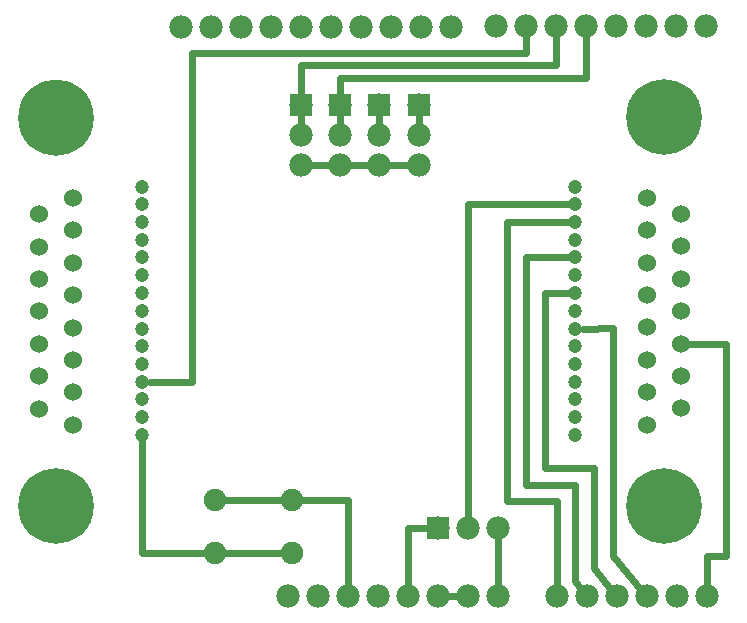
<source format=gtl>
G04 MADE WITH FRITZING*
G04 WWW.FRITZING.ORG*
G04 DOUBLE SIDED*
G04 HOLES PLATED*
G04 CONTOUR ON CENTER OF CONTOUR VECTOR*
%ASAXBY*%
%FSLAX23Y23*%
%MOIN*%
%OFA0B0*%
%SFA1.0B1.0*%
%ADD10C,0.078000*%
%ADD11C,0.075000*%
%ADD12C,0.060000*%
%ADD13C,0.250000*%
%ADD14C,0.251968*%
%ADD15C,0.047244*%
%ADD16R,0.078000X0.078000*%
%ADD17C,0.024000*%
%LNCOPPER1*%
G90*
G70*
G54D10*
X2009Y104D03*
X2109Y104D03*
X2209Y104D03*
X2309Y104D03*
X2409Y104D03*
X2509Y104D03*
X1113Y105D03*
X1213Y105D03*
X1313Y105D03*
X1413Y105D03*
X1513Y105D03*
X1613Y105D03*
X1713Y105D03*
X1813Y105D03*
X1613Y332D03*
X1713Y332D03*
X1813Y332D03*
G54D11*
X1128Y248D03*
X872Y248D03*
X1128Y425D03*
X872Y425D03*
G54D10*
X1808Y2004D03*
X1908Y2004D03*
X2008Y2004D03*
X2108Y2004D03*
X2208Y2004D03*
X2308Y2004D03*
X2408Y2004D03*
X2508Y2004D03*
X757Y2003D03*
X857Y2003D03*
X957Y2003D03*
X1057Y2003D03*
X1157Y2003D03*
X1257Y2003D03*
X1357Y2003D03*
X1457Y2003D03*
X1557Y2003D03*
X1657Y2003D03*
X1549Y1743D03*
X1549Y1643D03*
X1549Y1543D03*
X1417Y1742D03*
X1417Y1642D03*
X1417Y1542D03*
X1287Y1743D03*
X1287Y1643D03*
X1287Y1543D03*
X1156Y1743D03*
X1156Y1643D03*
X1156Y1543D03*
G54D12*
X2311Y1433D03*
X2311Y1325D03*
X2311Y1217D03*
X2311Y1109D03*
X2311Y1001D03*
X2311Y893D03*
X2311Y785D03*
X2311Y677D03*
X2423Y1379D03*
X2423Y1271D03*
X2423Y1163D03*
X2423Y1055D03*
X2423Y947D03*
X2423Y839D03*
X2423Y731D03*
G54D13*
X2367Y407D03*
X2367Y1703D03*
G54D14*
X2367Y1703D03*
X2367Y406D03*
G54D15*
X2072Y1470D03*
X2072Y1411D03*
X2072Y1352D03*
X2072Y1293D03*
X2072Y1234D03*
X2072Y1175D03*
X2072Y1115D03*
X2072Y1056D03*
X2072Y997D03*
X2072Y938D03*
X2072Y879D03*
X2072Y820D03*
X2072Y761D03*
X2072Y702D03*
X2072Y643D03*
X628Y1470D03*
X628Y1411D03*
X628Y1352D03*
X628Y1293D03*
X628Y1234D03*
X628Y1175D03*
X628Y1115D03*
X628Y1056D03*
X628Y997D03*
X628Y938D03*
X628Y879D03*
X628Y820D03*
X628Y761D03*
X628Y702D03*
X628Y643D03*
G54D12*
X396Y676D03*
X396Y784D03*
X396Y892D03*
X396Y1000D03*
X396Y1108D03*
X396Y1216D03*
X396Y1324D03*
X396Y1432D03*
X284Y730D03*
X284Y838D03*
X284Y946D03*
X284Y1054D03*
X284Y1162D03*
X284Y1270D03*
X284Y1378D03*
G54D13*
X340Y1702D03*
X340Y406D03*
G54D14*
X342Y1700D03*
X339Y406D03*
G54D16*
X1613Y332D03*
X1549Y1743D03*
X1417Y1742D03*
X1287Y1743D03*
X1156Y1743D03*
G54D17*
X1156Y1713D02*
X1156Y1673D01*
D02*
X1287Y1713D02*
X1287Y1673D01*
D02*
X1417Y1712D02*
X1417Y1672D01*
D02*
X1549Y1713D02*
X1549Y1673D01*
D02*
X1448Y1542D02*
X1519Y1543D01*
D02*
X1387Y1542D02*
X1317Y1543D01*
D02*
X1257Y1543D02*
X1186Y1543D01*
D02*
X1099Y425D02*
X901Y425D01*
D02*
X1099Y248D02*
X901Y248D01*
D02*
X1682Y105D02*
X1643Y105D01*
D02*
X1813Y301D02*
X1813Y135D01*
D02*
X1513Y332D02*
X1583Y332D01*
D02*
X1513Y135D02*
X1513Y332D01*
D02*
X1157Y425D02*
X1313Y425D01*
D02*
X1313Y425D02*
X1313Y135D01*
D02*
X843Y248D02*
X628Y248D01*
D02*
X628Y248D02*
X628Y618D01*
D02*
X794Y1916D02*
X794Y820D01*
D02*
X794Y820D02*
X653Y820D01*
D02*
X1713Y1411D02*
X2047Y1411D01*
D02*
X1713Y362D02*
X1713Y1411D01*
D02*
X2108Y1831D02*
X1287Y1831D01*
D02*
X1287Y1831D02*
X1287Y1773D01*
D02*
X2108Y1974D02*
X2108Y1831D01*
D02*
X2008Y1875D02*
X1156Y1875D01*
D02*
X1156Y1875D02*
X1156Y1773D01*
D02*
X2008Y1974D02*
X2008Y1875D01*
D02*
X1908Y1916D02*
X794Y1916D01*
D02*
X1908Y1974D02*
X1908Y1916D01*
D02*
X2009Y423D02*
X2009Y134D01*
D02*
X1844Y423D02*
X2009Y423D01*
D02*
X1844Y1352D02*
X1844Y423D01*
D02*
X2047Y1352D02*
X1844Y1352D01*
D02*
X2071Y156D02*
X2092Y128D01*
D02*
X2071Y476D02*
X2071Y156D01*
D02*
X2047Y1234D02*
X1907Y1234D01*
D02*
X1907Y476D02*
X2071Y476D01*
D02*
X1907Y1234D02*
X1907Y476D01*
D02*
X2133Y198D02*
X2133Y531D01*
D02*
X2133Y531D02*
X1971Y531D01*
X1971Y531D02*
X1971Y1115D01*
D02*
X1971Y1115D02*
X2047Y1115D01*
D02*
X2190Y127D02*
X2133Y198D01*
D02*
X2197Y240D02*
X2197Y998D01*
D02*
X2290Y127D02*
X2197Y240D01*
D02*
X2197Y998D02*
X2097Y997D01*
D02*
X2509Y238D02*
X2573Y238D01*
D02*
X2573Y947D02*
X2451Y947D01*
D02*
X2509Y134D02*
X2509Y238D01*
D02*
X2573Y238D02*
X2573Y947D01*
G04 End of Copper1*
M02*
</source>
